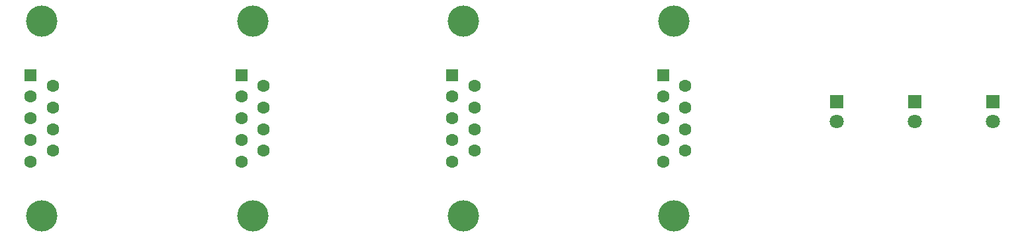
<source format=gbr>
%TF.GenerationSoftware,KiCad,Pcbnew,7.0.10*%
%TF.CreationDate,2024-07-06T13:48:58+02:00*%
%TF.ProjectId,OverlordInterface,4f766572-6c6f-4726-9449-6e7465726661,rev?*%
%TF.SameCoordinates,Original*%
%TF.FileFunction,Soldermask,Top*%
%TF.FilePolarity,Negative*%
%FSLAX46Y46*%
G04 Gerber Fmt 4.6, Leading zero omitted, Abs format (unit mm)*
G04 Created by KiCad (PCBNEW 7.0.10) date 2024-07-06 13:48:58*
%MOMM*%
%LPD*%
G01*
G04 APERTURE LIST*
%ADD10R,1.800000X1.800000*%
%ADD11C,1.800000*%
%ADD12C,4.000000*%
%ADD13R,1.600000X1.600000*%
%ADD14C,1.600000*%
G04 APERTURE END LIST*
D10*
%TO.C,D2*%
X211830000Y-91055000D03*
D11*
X211830000Y-93595000D03*
%TD*%
D10*
%TO.C,D1*%
X221830000Y-91055000D03*
D11*
X221830000Y-93595000D03*
%TD*%
D12*
%TO.C,J5*%
X100190000Y-105695000D03*
X100190000Y-80695000D03*
D13*
X98770000Y-87655000D03*
D14*
X98770000Y-90425000D03*
X98770000Y-93195000D03*
X98770000Y-95965000D03*
X98770000Y-98735000D03*
X101610000Y-89040000D03*
X101610000Y-91810000D03*
X101610000Y-94580000D03*
X101610000Y-97350000D03*
%TD*%
D12*
%TO.C,J2*%
X181080000Y-105695000D03*
X181080000Y-80695000D03*
D13*
X179660000Y-87655000D03*
D14*
X179660000Y-90425000D03*
X179660000Y-93195000D03*
X179660000Y-95965000D03*
X179660000Y-98735000D03*
X182500000Y-89040000D03*
X182500000Y-91810000D03*
X182500000Y-94580000D03*
X182500000Y-97350000D03*
%TD*%
D12*
%TO.C,J4*%
X127153333Y-105695000D03*
X127153333Y-80695000D03*
D13*
X125733333Y-87655000D03*
D14*
X125733333Y-90425000D03*
X125733333Y-93195000D03*
X125733333Y-95965000D03*
X125733333Y-98735000D03*
X128573333Y-89040000D03*
X128573333Y-91810000D03*
X128573333Y-94580000D03*
X128573333Y-97350000D03*
%TD*%
D12*
%TO.C,J3*%
X154116666Y-105695000D03*
X154116666Y-80695000D03*
D13*
X152696666Y-87655000D03*
D14*
X152696666Y-90425000D03*
X152696666Y-93195000D03*
X152696666Y-95965000D03*
X152696666Y-98735000D03*
X155536666Y-89040000D03*
X155536666Y-91810000D03*
X155536666Y-94580000D03*
X155536666Y-97350000D03*
%TD*%
D10*
%TO.C,D3*%
X201830000Y-91055000D03*
D11*
X201830000Y-93595000D03*
%TD*%
M02*

</source>
